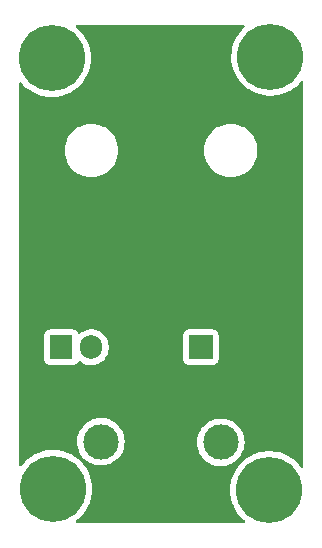
<source format=gbr>
%TF.GenerationSoftware,KiCad,Pcbnew,(6.99.0-228-g2fdbc41b8f)*%
%TF.CreationDate,2022-01-21T20:17:48+01:00*%
%TF.ProjectId,igniter,69676e69-7465-4722-9e6b-696361645f70,rev?*%
%TF.SameCoordinates,Original*%
%TF.FileFunction,Copper,L2,Bot*%
%TF.FilePolarity,Positive*%
%FSLAX46Y46*%
G04 Gerber Fmt 4.6, Leading zero omitted, Abs format (unit mm)*
G04 Created by KiCad (PCBNEW (6.99.0-228-g2fdbc41b8f)) date 2022-01-21 20:17:48*
%MOMM*%
%LPD*%
G01*
G04 APERTURE LIST*
%TA.AperFunction,ComponentPad*%
%ADD10C,3.000000*%
%TD*%
%TA.AperFunction,ComponentPad*%
%ADD11R,2.000000X2.000000*%
%TD*%
%TA.AperFunction,ComponentPad*%
%ADD12O,2.000000X2.000000*%
%TD*%
%TA.AperFunction,ComponentPad*%
%ADD13C,5.600000*%
%TD*%
%TA.AperFunction,ComponentPad*%
%ADD14R,1.905000X2.000000*%
%TD*%
%TA.AperFunction,ComponentPad*%
%ADD15O,1.905000X2.000000*%
%TD*%
G04 APERTURE END LIST*
D10*
%TO.P,SGND1,1,Pin_1*%
%TO.N,GND*%
X132450000Y-62750000D03*
%TD*%
%TO.P,D12V1,1,Pin_1*%
%TO.N,Net-(D1-K)*%
X137500000Y-62750000D03*
%TD*%
D11*
%TO.P,D1,1,K*%
%TO.N,Net-(D1-K)*%
X135800000Y-54700000D03*
D12*
%TO.P,D1,2,A*%
%TO.N,GND*%
X140880000Y-54700000D03*
%TD*%
D13*
%TO.P,H2,1*%
%TO.N,N/C*%
X141700000Y-30100000D03*
%TD*%
%TO.P,H1,1*%
%TO.N,N/C*%
X123200000Y-30200000D03*
%TD*%
D10*
%TO.P,G1,1,Pin_1*%
%TO.N,Net-(G1-Pin_1)*%
X127350000Y-62700000D03*
%TD*%
D13*
%TO.P,H4,1*%
%TO.N,N/C*%
X141600000Y-66800000D03*
%TD*%
%TO.P,H3,1*%
%TO.N,N/C*%
X123300000Y-66700000D03*
%TD*%
D14*
%TO.P,Q1,1,G*%
%TO.N,Net-(G1-Pin_1)*%
X124000000Y-54700000D03*
D15*
%TO.P,Q1,2,D*%
%TO.N,Net-(D1-K)*%
X126540000Y-54700000D03*
%TO.P,Q1,3,S*%
%TO.N,GND*%
X129080000Y-54700000D03*
%TD*%
%TA.AperFunction,Conductor*%
%TO.N,GND*%
G36*
X139483194Y-27428002D02*
G01*
X139529687Y-27481658D01*
X139539791Y-27551932D01*
X139510297Y-27616512D01*
X139501486Y-27625699D01*
X139300559Y-27815043D01*
X139067819Y-28087546D01*
X139065900Y-28090358D01*
X139065897Y-28090363D01*
X138999604Y-28187546D01*
X138865871Y-28383591D01*
X138697077Y-28699714D01*
X138563411Y-29032218D01*
X138466437Y-29377213D01*
X138407290Y-29730663D01*
X138386661Y-30088434D01*
X138404792Y-30446340D01*
X138461470Y-30800195D01*
X138556033Y-31145859D01*
X138687374Y-31479288D01*
X138853957Y-31796582D01*
X138855858Y-31799411D01*
X138855864Y-31799421D01*
X138941119Y-31926292D01*
X139053834Y-32094029D01*
X139284665Y-32368150D01*
X139543751Y-32615738D01*
X139828061Y-32833897D01*
X139860056Y-32853350D01*
X140131355Y-33018303D01*
X140131360Y-33018306D01*
X140134270Y-33020075D01*
X140137358Y-33021521D01*
X140137357Y-33021521D01*
X140455710Y-33170649D01*
X140455720Y-33170653D01*
X140458794Y-33172093D01*
X140462012Y-33173195D01*
X140462015Y-33173196D01*
X140794615Y-33287071D01*
X140794623Y-33287073D01*
X140797838Y-33288174D01*
X141147435Y-33366959D01*
X141199728Y-33372917D01*
X141500114Y-33407142D01*
X141500122Y-33407142D01*
X141503497Y-33407527D01*
X141506901Y-33407545D01*
X141506904Y-33407545D01*
X141701227Y-33408562D01*
X141861857Y-33409403D01*
X141865243Y-33409053D01*
X141865245Y-33409053D01*
X142214932Y-33372917D01*
X142214941Y-33372916D01*
X142218324Y-33372566D01*
X142221657Y-33371852D01*
X142221660Y-33371851D01*
X142394186Y-33334864D01*
X142568727Y-33297446D01*
X142908968Y-33184922D01*
X143235066Y-33036311D01*
X143329052Y-32980506D01*
X143540262Y-32855099D01*
X143540267Y-32855096D01*
X143543207Y-32853350D01*
X143829786Y-32638180D01*
X144091451Y-32393319D01*
X144270475Y-32185184D01*
X144330061Y-32146582D01*
X144401057Y-32146323D01*
X144460923Y-32184489D01*
X144490651Y-32248961D01*
X144492000Y-32267348D01*
X144492000Y-64759300D01*
X144471998Y-64827421D01*
X144418342Y-64873914D01*
X144348068Y-64884018D01*
X144283488Y-64854524D01*
X144261664Y-64829940D01*
X144241102Y-64799570D01*
X144239190Y-64796746D01*
X144228639Y-64784304D01*
X144127765Y-64665358D01*
X144007403Y-64523432D01*
X143747454Y-64276750D01*
X143462384Y-64059585D01*
X143459472Y-64057828D01*
X143459467Y-64057825D01*
X143158443Y-63876236D01*
X143158437Y-63876233D01*
X143155528Y-63874478D01*
X142830475Y-63723593D01*
X142660751Y-63666145D01*
X142494255Y-63609789D01*
X142494250Y-63609788D01*
X142491028Y-63608697D01*
X142292681Y-63564724D01*
X142144493Y-63531871D01*
X142144487Y-63531870D01*
X142141158Y-63531132D01*
X142137769Y-63530758D01*
X142137764Y-63530757D01*
X141788338Y-63492180D01*
X141788333Y-63492180D01*
X141784957Y-63491807D01*
X141781558Y-63491801D01*
X141781557Y-63491801D01*
X141612080Y-63491505D01*
X141426592Y-63491182D01*
X141313413Y-63503277D01*
X141073639Y-63528901D01*
X141073631Y-63528902D01*
X141070256Y-63529263D01*
X140720117Y-63605606D01*
X140380271Y-63719317D01*
X140377178Y-63720739D01*
X140377177Y-63720740D01*
X140256520Y-63776236D01*
X140054694Y-63869066D01*
X140051760Y-63870822D01*
X140051758Y-63870823D01*
X139759095Y-64045978D01*
X139747193Y-64053101D01*
X139744467Y-64055163D01*
X139744465Y-64055164D01*
X139488506Y-64248745D01*
X139461367Y-64269270D01*
X139458882Y-64271612D01*
X139458877Y-64271616D01*
X139398294Y-64328707D01*
X139200559Y-64515043D01*
X138967819Y-64787546D01*
X138965900Y-64790358D01*
X138965897Y-64790363D01*
X138940618Y-64827421D01*
X138765871Y-65083591D01*
X138597077Y-65399714D01*
X138463411Y-65732218D01*
X138462491Y-65735492D01*
X138462489Y-65735497D01*
X138390424Y-65991878D01*
X138366437Y-66077213D01*
X138307290Y-66430663D01*
X138286661Y-66788434D01*
X138304792Y-67146340D01*
X138361470Y-67500195D01*
X138456033Y-67845859D01*
X138587374Y-68179288D01*
X138588957Y-68182303D01*
X138718529Y-68429101D01*
X138753957Y-68496582D01*
X138755858Y-68499411D01*
X138755864Y-68499421D01*
X138903294Y-68718818D01*
X138953834Y-68794029D01*
X139184665Y-69068150D01*
X139443751Y-69315738D01*
X139469968Y-69335855D01*
X139509303Y-69366038D01*
X139551170Y-69423376D01*
X139555392Y-69494247D01*
X139520628Y-69556150D01*
X139457915Y-69589431D01*
X139432599Y-69592000D01*
X125336211Y-69592000D01*
X125268090Y-69571998D01*
X125221597Y-69518342D01*
X125211493Y-69448068D01*
X125240987Y-69383488D01*
X125260558Y-69365240D01*
X125429786Y-69238180D01*
X125691451Y-68993319D01*
X125925140Y-68721630D01*
X126081888Y-68493560D01*
X126126190Y-68429101D01*
X126126195Y-68429094D01*
X126128120Y-68426292D01*
X126129732Y-68423298D01*
X126129737Y-68423290D01*
X126296395Y-68113772D01*
X126298017Y-68110760D01*
X126404294Y-67849029D01*
X126431562Y-67781877D01*
X126431564Y-67781872D01*
X126432842Y-67778724D01*
X126531020Y-67434070D01*
X126591401Y-67080828D01*
X126613278Y-66723131D01*
X126613359Y-66700000D01*
X126593979Y-66342159D01*
X126536066Y-65988505D01*
X126440297Y-65643173D01*
X126307793Y-65310205D01*
X126244947Y-65191510D01*
X126141702Y-64996513D01*
X126141698Y-64996506D01*
X126140103Y-64993494D01*
X125939190Y-64696746D01*
X125907290Y-64659130D01*
X125815654Y-64551077D01*
X125707403Y-64423432D01*
X125467838Y-64196094D01*
X125449921Y-64179091D01*
X125449920Y-64179090D01*
X125447454Y-64176750D01*
X125162384Y-63959585D01*
X125159472Y-63957828D01*
X125159467Y-63957825D01*
X124858443Y-63776236D01*
X124858437Y-63776233D01*
X124855528Y-63774478D01*
X124530475Y-63623593D01*
X124277760Y-63538054D01*
X124194255Y-63509789D01*
X124194250Y-63509788D01*
X124191028Y-63508697D01*
X123992681Y-63464724D01*
X123844493Y-63431871D01*
X123844487Y-63431870D01*
X123841158Y-63431132D01*
X123837769Y-63430758D01*
X123837764Y-63430757D01*
X123488338Y-63392180D01*
X123488333Y-63392180D01*
X123484957Y-63391807D01*
X123481558Y-63391801D01*
X123481557Y-63391801D01*
X123312080Y-63391505D01*
X123126592Y-63391182D01*
X123013413Y-63403277D01*
X122773639Y-63428901D01*
X122773631Y-63428902D01*
X122770256Y-63429263D01*
X122420117Y-63505606D01*
X122080271Y-63619317D01*
X122077178Y-63620739D01*
X122077177Y-63620740D01*
X122070974Y-63623593D01*
X121754694Y-63769066D01*
X121751760Y-63770822D01*
X121751758Y-63770823D01*
X121451556Y-63950490D01*
X121447193Y-63953101D01*
X121444467Y-63955163D01*
X121444465Y-63955164D01*
X121179179Y-64155799D01*
X121161367Y-64169270D01*
X121158882Y-64171612D01*
X121158877Y-64171616D01*
X121132902Y-64196094D01*
X120900559Y-64415043D01*
X120667819Y-64687546D01*
X120665900Y-64690358D01*
X120665897Y-64690363D01*
X120638088Y-64731130D01*
X120583177Y-64776133D01*
X120512652Y-64784304D01*
X120448905Y-64753050D01*
X120412175Y-64692293D01*
X120408000Y-64660126D01*
X120408000Y-62678918D01*
X125336917Y-62678918D01*
X125352682Y-62952320D01*
X125353507Y-62956525D01*
X125353508Y-62956533D01*
X125383917Y-63111526D01*
X125405405Y-63221053D01*
X125406792Y-63225103D01*
X125406793Y-63225108D01*
X125477203Y-63430757D01*
X125494112Y-63480144D01*
X125508473Y-63508697D01*
X125615119Y-63720740D01*
X125617160Y-63724799D01*
X125619586Y-63728328D01*
X125619589Y-63728334D01*
X125717520Y-63870823D01*
X125772274Y-63950490D01*
X125775161Y-63953663D01*
X125775162Y-63953664D01*
X125953692Y-64149867D01*
X125956582Y-64153043D01*
X126166675Y-64328707D01*
X126170316Y-64330991D01*
X126395024Y-64471951D01*
X126395028Y-64471953D01*
X126398664Y-64474234D01*
X126504345Y-64521951D01*
X126644345Y-64585164D01*
X126644349Y-64585166D01*
X126648257Y-64586930D01*
X126652377Y-64588150D01*
X126652376Y-64588150D01*
X126906723Y-64663491D01*
X126906727Y-64663492D01*
X126910836Y-64664709D01*
X126915070Y-64665357D01*
X126915075Y-64665358D01*
X127177298Y-64705483D01*
X127177300Y-64705483D01*
X127181540Y-64706132D01*
X127320912Y-64708322D01*
X127451071Y-64710367D01*
X127451077Y-64710367D01*
X127455362Y-64710434D01*
X127727235Y-64677534D01*
X127992127Y-64608041D01*
X127996087Y-64606401D01*
X127996092Y-64606399D01*
X128129650Y-64551077D01*
X128245136Y-64503241D01*
X128481582Y-64365073D01*
X128697089Y-64196094D01*
X128723084Y-64169270D01*
X128837360Y-64051346D01*
X128887669Y-63999431D01*
X128890202Y-63995983D01*
X128890206Y-63995978D01*
X129047257Y-63782178D01*
X129049795Y-63778723D01*
X129054006Y-63770968D01*
X129178418Y-63541830D01*
X129178419Y-63541828D01*
X129180468Y-63538054D01*
X129235966Y-63391182D01*
X129275751Y-63285895D01*
X129275752Y-63285891D01*
X129277269Y-63281877D01*
X129338407Y-63014933D01*
X129339916Y-62998032D01*
X129362531Y-62744627D01*
X129362531Y-62744625D01*
X129362751Y-62742161D01*
X129362890Y-62728918D01*
X135486917Y-62728918D01*
X135502682Y-63002320D01*
X135503507Y-63006525D01*
X135503508Y-63006533D01*
X135505977Y-63019117D01*
X135555405Y-63271053D01*
X135556792Y-63275103D01*
X135556793Y-63275108D01*
X135636082Y-63506690D01*
X135644112Y-63530144D01*
X135691112Y-63623593D01*
X135764277Y-63769066D01*
X135767160Y-63774799D01*
X135769586Y-63778328D01*
X135769589Y-63778334D01*
X135895578Y-63961647D01*
X135922274Y-64000490D01*
X135925161Y-64003663D01*
X135925162Y-64003664D01*
X136073972Y-64167205D01*
X136106582Y-64203043D01*
X136316675Y-64378707D01*
X136320316Y-64380991D01*
X136545024Y-64521951D01*
X136545028Y-64521953D01*
X136548664Y-64524234D01*
X136616544Y-64554883D01*
X136794345Y-64635164D01*
X136794349Y-64635166D01*
X136798257Y-64636930D01*
X136802377Y-64638150D01*
X136802376Y-64638150D01*
X137056723Y-64713491D01*
X137056727Y-64713492D01*
X137060836Y-64714709D01*
X137065070Y-64715357D01*
X137065075Y-64715358D01*
X137327298Y-64755483D01*
X137327300Y-64755483D01*
X137331540Y-64756132D01*
X137470912Y-64758322D01*
X137601071Y-64760367D01*
X137601077Y-64760367D01*
X137605362Y-64760434D01*
X137877235Y-64727534D01*
X138142127Y-64658041D01*
X138146087Y-64656401D01*
X138146092Y-64656399D01*
X138310858Y-64588150D01*
X138395136Y-64553241D01*
X138612823Y-64426035D01*
X138627879Y-64417237D01*
X138627880Y-64417236D01*
X138631582Y-64415073D01*
X138847089Y-64246094D01*
X138888809Y-64203043D01*
X139027829Y-64059585D01*
X139037669Y-64049431D01*
X139040202Y-64045983D01*
X139040206Y-64045978D01*
X139197257Y-63832178D01*
X139199795Y-63828723D01*
X139228989Y-63774955D01*
X139328418Y-63591830D01*
X139328419Y-63591828D01*
X139330468Y-63588054D01*
X139389764Y-63431132D01*
X139425751Y-63335895D01*
X139425752Y-63335891D01*
X139427269Y-63331877D01*
X139488407Y-63064933D01*
X139492870Y-63014933D01*
X139512531Y-62794627D01*
X139512531Y-62794625D01*
X139512751Y-62792161D01*
X139513193Y-62750000D01*
X139509954Y-62702484D01*
X139494859Y-62481055D01*
X139494858Y-62481049D01*
X139494567Y-62476778D01*
X139484213Y-62426778D01*
X139439901Y-62212809D01*
X139439032Y-62208612D01*
X139347617Y-61950465D01*
X139222013Y-61707112D01*
X139212040Y-61692921D01*
X139067008Y-61486562D01*
X139064545Y-61483057D01*
X138878125Y-61282445D01*
X138874810Y-61279731D01*
X138874806Y-61279728D01*
X138669523Y-61111706D01*
X138666205Y-61108990D01*
X138432704Y-60965901D01*
X138428768Y-60964173D01*
X138185873Y-60857549D01*
X138185869Y-60857548D01*
X138181945Y-60855825D01*
X137918566Y-60780800D01*
X137914324Y-60780196D01*
X137914318Y-60780195D01*
X137713834Y-60751662D01*
X137647443Y-60742213D01*
X137503589Y-60741460D01*
X137377877Y-60740802D01*
X137377871Y-60740802D01*
X137373591Y-60740780D01*
X137369347Y-60741339D01*
X137369343Y-60741339D01*
X137250302Y-60757011D01*
X137102078Y-60776525D01*
X137097938Y-60777658D01*
X137097936Y-60777658D01*
X137025008Y-60797609D01*
X136837928Y-60848788D01*
X136833980Y-60850472D01*
X136589982Y-60954546D01*
X136589978Y-60954548D01*
X136586030Y-60956232D01*
X136566125Y-60968145D01*
X136354725Y-61094664D01*
X136354721Y-61094667D01*
X136351043Y-61096868D01*
X136137318Y-61268094D01*
X136120717Y-61285588D01*
X135983755Y-61429916D01*
X135948808Y-61466742D01*
X135789002Y-61689136D01*
X135660857Y-61931161D01*
X135659385Y-61935184D01*
X135659383Y-61935188D01*
X135577621Y-62158612D01*
X135566743Y-62188337D01*
X135508404Y-62455907D01*
X135486917Y-62728918D01*
X129362890Y-62728918D01*
X129363193Y-62700000D01*
X129361465Y-62674648D01*
X129344859Y-62431055D01*
X129344858Y-62431049D01*
X129344567Y-62426778D01*
X129289032Y-62158612D01*
X129197617Y-61900465D01*
X129072013Y-61657112D01*
X129062040Y-61642921D01*
X128917008Y-61436562D01*
X128914545Y-61433057D01*
X128844466Y-61357643D01*
X128731046Y-61235588D01*
X128731043Y-61235585D01*
X128728125Y-61232445D01*
X128724810Y-61229731D01*
X128724806Y-61229728D01*
X128519523Y-61061706D01*
X128516205Y-61058990D01*
X128282704Y-60915901D01*
X128278768Y-60914173D01*
X128035873Y-60807549D01*
X128035869Y-60807548D01*
X128031945Y-60805825D01*
X127768566Y-60730800D01*
X127764324Y-60730196D01*
X127764318Y-60730195D01*
X127563834Y-60701662D01*
X127497443Y-60692213D01*
X127353589Y-60691460D01*
X127227877Y-60690802D01*
X127227871Y-60690802D01*
X127223591Y-60690780D01*
X127219347Y-60691339D01*
X127219343Y-60691339D01*
X127100302Y-60707011D01*
X126952078Y-60726525D01*
X126947938Y-60727658D01*
X126947936Y-60727658D01*
X126894732Y-60742213D01*
X126687928Y-60798788D01*
X126683980Y-60800472D01*
X126439982Y-60904546D01*
X126439978Y-60904548D01*
X126436030Y-60906232D01*
X126416125Y-60918145D01*
X126204725Y-61044664D01*
X126204721Y-61044667D01*
X126201043Y-61046868D01*
X125987318Y-61218094D01*
X125798808Y-61416742D01*
X125639002Y-61639136D01*
X125510857Y-61881161D01*
X125509385Y-61885184D01*
X125509383Y-61885188D01*
X125486889Y-61946656D01*
X125416743Y-62138337D01*
X125358404Y-62405907D01*
X125336917Y-62678918D01*
X120408000Y-62678918D01*
X120408000Y-55748134D01*
X122539000Y-55748134D01*
X122545755Y-55810316D01*
X122596885Y-55946705D01*
X122684239Y-56063261D01*
X122800795Y-56150615D01*
X122937184Y-56201745D01*
X122999366Y-56208500D01*
X125000634Y-56208500D01*
X125062816Y-56201745D01*
X125199205Y-56150615D01*
X125315761Y-56063261D01*
X125403115Y-55946705D01*
X125410573Y-55926811D01*
X125453213Y-55870047D01*
X125519774Y-55845346D01*
X125589123Y-55860553D01*
X125606647Y-55872158D01*
X125724670Y-55965367D01*
X125724675Y-55965370D01*
X125728724Y-55968568D01*
X125733240Y-55971061D01*
X125733243Y-55971063D01*
X125934526Y-56082177D01*
X125934530Y-56082179D01*
X125939050Y-56084674D01*
X125943919Y-56086398D01*
X125943923Y-56086400D01*
X126160640Y-56163144D01*
X126160644Y-56163145D01*
X126165515Y-56164870D01*
X126170608Y-56165777D01*
X126170611Y-56165778D01*
X126396948Y-56206095D01*
X126396954Y-56206096D01*
X126402037Y-56207001D01*
X126489400Y-56208068D01*
X126637093Y-56209873D01*
X126637095Y-56209873D01*
X126642263Y-56209936D01*
X126879744Y-56173596D01*
X126991997Y-56136906D01*
X127103183Y-56100566D01*
X127103189Y-56100563D01*
X127108101Y-56098958D01*
X127112687Y-56096571D01*
X127112691Y-56096569D01*
X127316607Y-55990416D01*
X127321200Y-55988025D01*
X127513320Y-55843777D01*
X127604719Y-55748134D01*
X134291500Y-55748134D01*
X134298255Y-55810316D01*
X134349385Y-55946705D01*
X134436739Y-56063261D01*
X134553295Y-56150615D01*
X134689684Y-56201745D01*
X134751866Y-56208500D01*
X136848134Y-56208500D01*
X136910316Y-56201745D01*
X137046705Y-56150615D01*
X137163261Y-56063261D01*
X137250615Y-55946705D01*
X137301745Y-55810316D01*
X137308500Y-55748134D01*
X137308500Y-53651866D01*
X137301745Y-53589684D01*
X137250615Y-53453295D01*
X137163261Y-53336739D01*
X137046705Y-53249385D01*
X136910316Y-53198255D01*
X136848134Y-53191500D01*
X134751866Y-53191500D01*
X134689684Y-53198255D01*
X134553295Y-53249385D01*
X134436739Y-53336739D01*
X134349385Y-53453295D01*
X134298255Y-53589684D01*
X134291500Y-53651866D01*
X134291500Y-55748134D01*
X127604719Y-55748134D01*
X127679301Y-55670088D01*
X127814686Y-55471622D01*
X127915837Y-55253710D01*
X127980040Y-55022202D01*
X128001000Y-54826072D01*
X128001000Y-54591598D01*
X127986322Y-54413063D01*
X127927794Y-54180056D01*
X127831997Y-53959737D01*
X127701502Y-53758023D01*
X127539814Y-53580330D01*
X127462983Y-53519653D01*
X127355330Y-53434633D01*
X127355325Y-53434630D01*
X127351276Y-53431432D01*
X127346760Y-53428939D01*
X127346757Y-53428937D01*
X127145474Y-53317823D01*
X127145470Y-53317821D01*
X127140950Y-53315326D01*
X127136081Y-53313602D01*
X127136077Y-53313600D01*
X126919360Y-53236856D01*
X126919356Y-53236855D01*
X126914485Y-53235130D01*
X126909392Y-53234223D01*
X126909389Y-53234222D01*
X126683052Y-53193905D01*
X126683046Y-53193904D01*
X126677963Y-53192999D01*
X126585474Y-53191869D01*
X126442907Y-53190127D01*
X126442905Y-53190127D01*
X126437737Y-53190064D01*
X126200256Y-53226404D01*
X126088003Y-53263094D01*
X125976817Y-53299434D01*
X125976811Y-53299437D01*
X125971899Y-53301042D01*
X125967313Y-53303429D01*
X125967309Y-53303431D01*
X125763393Y-53409584D01*
X125758800Y-53411975D01*
X125603717Y-53528415D01*
X125537235Y-53553320D01*
X125467839Y-53538328D01*
X125417565Y-53488198D01*
X125410085Y-53471885D01*
X125406269Y-53461707D01*
X125406267Y-53461703D01*
X125403115Y-53453295D01*
X125315761Y-53336739D01*
X125199205Y-53249385D01*
X125062816Y-53198255D01*
X125000634Y-53191500D01*
X122999366Y-53191500D01*
X122937184Y-53198255D01*
X122800795Y-53249385D01*
X122684239Y-53336739D01*
X122596885Y-53453295D01*
X122545755Y-53589684D01*
X122539000Y-53651866D01*
X122539000Y-55748134D01*
X120408000Y-55748134D01*
X120408000Y-38040000D01*
X124276654Y-38040000D01*
X124296017Y-38335426D01*
X124353776Y-38625797D01*
X124448941Y-38906145D01*
X124579885Y-39171673D01*
X124744367Y-39417838D01*
X124747081Y-39420932D01*
X124747085Y-39420938D01*
X124936864Y-39637338D01*
X124939573Y-39640427D01*
X124942662Y-39643136D01*
X125159062Y-39832915D01*
X125159068Y-39832919D01*
X125162162Y-39835633D01*
X125165588Y-39837922D01*
X125165593Y-39837926D01*
X125349405Y-39960744D01*
X125408327Y-40000115D01*
X125412026Y-40001939D01*
X125412031Y-40001942D01*
X125548313Y-40069148D01*
X125673855Y-40131059D01*
X125677760Y-40132384D01*
X125677761Y-40132385D01*
X125950290Y-40224896D01*
X125950294Y-40224897D01*
X125954203Y-40226224D01*
X125958247Y-40227028D01*
X125958253Y-40227030D01*
X126240535Y-40283180D01*
X126240541Y-40283181D01*
X126244574Y-40283983D01*
X126248679Y-40284252D01*
X126248686Y-40284253D01*
X126535881Y-40303076D01*
X126540000Y-40303346D01*
X126544119Y-40303076D01*
X126831314Y-40284253D01*
X126831321Y-40284252D01*
X126835426Y-40283983D01*
X126839459Y-40283181D01*
X126839465Y-40283180D01*
X127121747Y-40227030D01*
X127121753Y-40227028D01*
X127125797Y-40226224D01*
X127129706Y-40224897D01*
X127129710Y-40224896D01*
X127402239Y-40132385D01*
X127402240Y-40132384D01*
X127406145Y-40131059D01*
X127531687Y-40069148D01*
X127667969Y-40001942D01*
X127667974Y-40001939D01*
X127671673Y-40000115D01*
X127730595Y-39960744D01*
X127914407Y-39837926D01*
X127914412Y-39837922D01*
X127917838Y-39835633D01*
X127920932Y-39832919D01*
X127920938Y-39832915D01*
X128137338Y-39643136D01*
X128140427Y-39640427D01*
X128143136Y-39637338D01*
X128332915Y-39420938D01*
X128332919Y-39420932D01*
X128335633Y-39417838D01*
X128500115Y-39171673D01*
X128631059Y-38906145D01*
X128726224Y-38625797D01*
X128783983Y-38335426D01*
X128803346Y-38040000D01*
X136076654Y-38040000D01*
X136096017Y-38335426D01*
X136153776Y-38625797D01*
X136248941Y-38906145D01*
X136379885Y-39171673D01*
X136544367Y-39417838D01*
X136547081Y-39420932D01*
X136547085Y-39420938D01*
X136736864Y-39637338D01*
X136739573Y-39640427D01*
X136742662Y-39643136D01*
X136959062Y-39832915D01*
X136959068Y-39832919D01*
X136962162Y-39835633D01*
X136965588Y-39837922D01*
X136965593Y-39837926D01*
X137149405Y-39960744D01*
X137208327Y-40000115D01*
X137212026Y-40001939D01*
X137212031Y-40001942D01*
X137348313Y-40069148D01*
X137473855Y-40131059D01*
X137477760Y-40132384D01*
X137477761Y-40132385D01*
X137750290Y-40224896D01*
X137750294Y-40224897D01*
X137754203Y-40226224D01*
X137758247Y-40227028D01*
X137758253Y-40227030D01*
X138040535Y-40283180D01*
X138040541Y-40283181D01*
X138044574Y-40283983D01*
X138048679Y-40284252D01*
X138048686Y-40284253D01*
X138335881Y-40303076D01*
X138340000Y-40303346D01*
X138344119Y-40303076D01*
X138631314Y-40284253D01*
X138631321Y-40284252D01*
X138635426Y-40283983D01*
X138639459Y-40283181D01*
X138639465Y-40283180D01*
X138921747Y-40227030D01*
X138921753Y-40227028D01*
X138925797Y-40226224D01*
X138929706Y-40224897D01*
X138929710Y-40224896D01*
X139202239Y-40132385D01*
X139202240Y-40132384D01*
X139206145Y-40131059D01*
X139331687Y-40069148D01*
X139467969Y-40001942D01*
X139467974Y-40001939D01*
X139471673Y-40000115D01*
X139530595Y-39960744D01*
X139714407Y-39837926D01*
X139714412Y-39837922D01*
X139717838Y-39835633D01*
X139720932Y-39832919D01*
X139720938Y-39832915D01*
X139937338Y-39643136D01*
X139940427Y-39640427D01*
X139943136Y-39637338D01*
X140132915Y-39420938D01*
X140132919Y-39420932D01*
X140135633Y-39417838D01*
X140300115Y-39171673D01*
X140431059Y-38906145D01*
X140526224Y-38625797D01*
X140583983Y-38335426D01*
X140603346Y-38040000D01*
X140583983Y-37744574D01*
X140526224Y-37454203D01*
X140431059Y-37173855D01*
X140300115Y-36908327D01*
X140135633Y-36662162D01*
X140132919Y-36659068D01*
X140132915Y-36659062D01*
X139943136Y-36442662D01*
X139940427Y-36439573D01*
X139937338Y-36436864D01*
X139720938Y-36247085D01*
X139720932Y-36247081D01*
X139717838Y-36244367D01*
X139714412Y-36242078D01*
X139714407Y-36242074D01*
X139475106Y-36082179D01*
X139471673Y-36079885D01*
X139467974Y-36078061D01*
X139467969Y-36078058D01*
X139331687Y-36010852D01*
X139206145Y-35948941D01*
X139202239Y-35947615D01*
X138929710Y-35855104D01*
X138929706Y-35855103D01*
X138925797Y-35853776D01*
X138921753Y-35852972D01*
X138921747Y-35852970D01*
X138639465Y-35796820D01*
X138639459Y-35796819D01*
X138635426Y-35796017D01*
X138631321Y-35795748D01*
X138631314Y-35795747D01*
X138344119Y-35776924D01*
X138340000Y-35776654D01*
X138335881Y-35776924D01*
X138048686Y-35795747D01*
X138048679Y-35795748D01*
X138044574Y-35796017D01*
X138040541Y-35796819D01*
X138040535Y-35796820D01*
X137758253Y-35852970D01*
X137758247Y-35852972D01*
X137754203Y-35853776D01*
X137750294Y-35855103D01*
X137750290Y-35855104D01*
X137477761Y-35947615D01*
X137473855Y-35948941D01*
X137348313Y-36010852D01*
X137212031Y-36078058D01*
X137212026Y-36078061D01*
X137208327Y-36079885D01*
X137204894Y-36082179D01*
X136965593Y-36242074D01*
X136965588Y-36242078D01*
X136962162Y-36244367D01*
X136959068Y-36247081D01*
X136959062Y-36247085D01*
X136742662Y-36436864D01*
X136739573Y-36439573D01*
X136736864Y-36442662D01*
X136547085Y-36659062D01*
X136547081Y-36659068D01*
X136544367Y-36662162D01*
X136379885Y-36908327D01*
X136248941Y-37173855D01*
X136153776Y-37454203D01*
X136096017Y-37744574D01*
X136076654Y-38040000D01*
X128803346Y-38040000D01*
X128783983Y-37744574D01*
X128726224Y-37454203D01*
X128631059Y-37173855D01*
X128500115Y-36908327D01*
X128335633Y-36662162D01*
X128332919Y-36659068D01*
X128332915Y-36659062D01*
X128143136Y-36442662D01*
X128140427Y-36439573D01*
X128137338Y-36436864D01*
X127920938Y-36247085D01*
X127920932Y-36247081D01*
X127917838Y-36244367D01*
X127914412Y-36242078D01*
X127914407Y-36242074D01*
X127675106Y-36082179D01*
X127671673Y-36079885D01*
X127667974Y-36078061D01*
X127667969Y-36078058D01*
X127531687Y-36010852D01*
X127406145Y-35948941D01*
X127402239Y-35947615D01*
X127129710Y-35855104D01*
X127129706Y-35855103D01*
X127125797Y-35853776D01*
X127121753Y-35852972D01*
X127121747Y-35852970D01*
X126839465Y-35796820D01*
X126839459Y-35796819D01*
X126835426Y-35796017D01*
X126831321Y-35795748D01*
X126831314Y-35795747D01*
X126544119Y-35776924D01*
X126540000Y-35776654D01*
X126535881Y-35776924D01*
X126248686Y-35795747D01*
X126248679Y-35795748D01*
X126244574Y-35796017D01*
X126240541Y-35796819D01*
X126240535Y-35796820D01*
X125958253Y-35852970D01*
X125958247Y-35852972D01*
X125954203Y-35853776D01*
X125950294Y-35855103D01*
X125950290Y-35855104D01*
X125677761Y-35947615D01*
X125673855Y-35948941D01*
X125548313Y-36010852D01*
X125412031Y-36078058D01*
X125412026Y-36078061D01*
X125408327Y-36079885D01*
X125404894Y-36082179D01*
X125165593Y-36242074D01*
X125165588Y-36242078D01*
X125162162Y-36244367D01*
X125159068Y-36247081D01*
X125159062Y-36247085D01*
X124942662Y-36436864D01*
X124939573Y-36439573D01*
X124936864Y-36442662D01*
X124747085Y-36659062D01*
X124747081Y-36659068D01*
X124744367Y-36662162D01*
X124579885Y-36908327D01*
X124448941Y-37173855D01*
X124353776Y-37454203D01*
X124296017Y-37744574D01*
X124276654Y-38040000D01*
X120408000Y-38040000D01*
X120408000Y-32366090D01*
X120428002Y-32297969D01*
X120481658Y-32251476D01*
X120551932Y-32241372D01*
X120616512Y-32270866D01*
X120630380Y-32284931D01*
X120782464Y-32465537D01*
X120782470Y-32465544D01*
X120784665Y-32468150D01*
X121043751Y-32715738D01*
X121328061Y-32933897D01*
X121360056Y-32953350D01*
X121631355Y-33118303D01*
X121631360Y-33118306D01*
X121634270Y-33120075D01*
X121637358Y-33121521D01*
X121637357Y-33121521D01*
X121955710Y-33270649D01*
X121955720Y-33270653D01*
X121958794Y-33272093D01*
X121962012Y-33273195D01*
X121962015Y-33273196D01*
X122294615Y-33387071D01*
X122294623Y-33387073D01*
X122297838Y-33388174D01*
X122647435Y-33466959D01*
X122699728Y-33472917D01*
X123000114Y-33507142D01*
X123000122Y-33507142D01*
X123003497Y-33507527D01*
X123006901Y-33507545D01*
X123006904Y-33507545D01*
X123201227Y-33508562D01*
X123361857Y-33509403D01*
X123365243Y-33509053D01*
X123365245Y-33509053D01*
X123714932Y-33472917D01*
X123714941Y-33472916D01*
X123718324Y-33472566D01*
X123721657Y-33471852D01*
X123721660Y-33471851D01*
X123894186Y-33434864D01*
X124068727Y-33397446D01*
X124408968Y-33284922D01*
X124735066Y-33136311D01*
X124928394Y-33021521D01*
X125040262Y-32955099D01*
X125040267Y-32955096D01*
X125043207Y-32953350D01*
X125329786Y-32738180D01*
X125591451Y-32493319D01*
X125825140Y-32221630D01*
X125931750Y-32066512D01*
X126026190Y-31929101D01*
X126026195Y-31929094D01*
X126028120Y-31926292D01*
X126029732Y-31923298D01*
X126029737Y-31923290D01*
X126196395Y-31613772D01*
X126198017Y-31610760D01*
X126332842Y-31278724D01*
X126431020Y-30934070D01*
X126491401Y-30580828D01*
X126499627Y-30446340D01*
X126513168Y-30224928D01*
X126513278Y-30223131D01*
X126513359Y-30200000D01*
X126493979Y-29842159D01*
X126436066Y-29488505D01*
X126340297Y-29143173D01*
X126207793Y-28810205D01*
X126147701Y-28696711D01*
X126041702Y-28496513D01*
X126041698Y-28496506D01*
X126040103Y-28493494D01*
X125839190Y-28196746D01*
X125802746Y-28153772D01*
X125721754Y-28058270D01*
X125607403Y-27923432D01*
X125347454Y-27676750D01*
X125344750Y-27674690D01*
X125344744Y-27674685D01*
X125291639Y-27634230D01*
X125249571Y-27577039D01*
X125245102Y-27506183D01*
X125279650Y-27444159D01*
X125342246Y-27410659D01*
X125367993Y-27408000D01*
X139415073Y-27408000D01*
X139483194Y-27428002D01*
G37*
%TD.AperFunction*%
%TD*%
M02*

</source>
